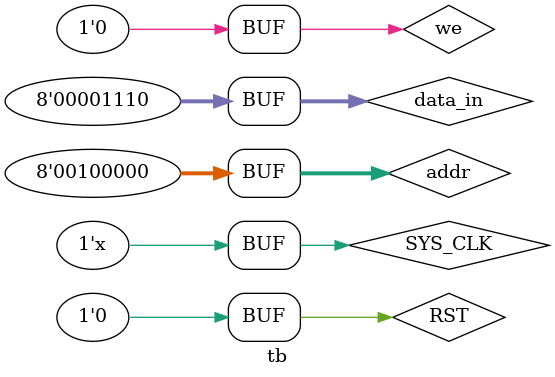
<source format=sv>
`timescale 10ns/10ps

module tb();

logic SYS_CLK;
logic RST;
/*logic RSTTPU;
logic TIMERINTMSK;
logic INTFLAG;
logic TXSLOT_EN;
logic RXSLOT_EN;
logic [7:0] TX_SLOT;
logic [7:0] RX_SLOT;
logic [15:0] TIMER_INT_VALUE;*/

logic [7:0] addr;
logic [7:0] data_in;
logic we;
	
tpu tpu_instance(
	.SYS_CLK(SYS_CLK),
	.RST(RST),
	.addr(addr),
	.data_in(data_in),
	.we(we)
	/*.RSTTPU(RSTTPU),
	.TIMERINTMSK(TIMERINTMSK),
	.INTFLAG(INTFLAG),
	.TXSLOT_EN(TXSLOT_EN),
	.RXSLOT_EN(RXSLOT_EN),
	.TX_SLOT(TX_SLOT),
	.RX_SLOT(RX_SLOT),
	.TIMER_INT_VALUE(TIMER_INT_VALUE)*/
);

initial
begin
	SYS_CLK = 'd0;
	RST = 'd1;
	addr = 'h21;
	data_in = 'd0;
	we = 'd0;
	
	/*RSTTPU = 'd1;
	TIMERINTMSK = 'd0;
	INTFLAG = 'd0;
	TXSLOT_EN = 'd0;
	RXSLOT_EN = 'd0;
	TX_SLOT = 'd0;
	RX_SLOT = 'd0;
	TIMER_INT_VALUE = 'd0;*/
	
	/*#10 RSTTPU = 'd0;
	#10 TIMERINTMSK = 'd1; TXSLOT_EN = 'd1; RXSLOT_EN = 'd1;
	TX_SLOT = 'd60; RX_SLOT = 'd120; TIMER_INT_VALUE = 'd33000;
	#30000000ns TXSLOT_EN = 'd0; RX_SLOT = 'd30;	*/
	#5 RST = 'd0;
	#10 data_in = 'd100; we = 'd1;
	#2 we = 'd0;
	#5 addr = 'h22; data_in = 'd50; we = 'd1;
	#2 we = 'd0;
	#5 addr = 'h20; data_in = 'h0F; we = 'd1;
	#2 we = 'd0;
	#5 addr = 'h23; data_in = 'd16; we = 'd1;
	#2 we = 'd0;
	#5 addr = 'h24; data_in = 'd01; we = 'd1;
	#2 we = 'd0;
	#5 addr = 'h20; data_in = 'h0E; we = 'd1;
	#2 we = 'd0;
	
end

always
	#1 SYS_CLK = ~SYS_CLK;

endmodule
</source>
